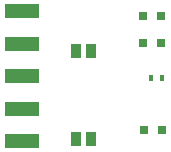
<source format=gbr>
G04 #@! TF.FileFunction,Paste,Bot*
%FSLAX46Y46*%
G04 Gerber Fmt 4.6, Leading zero omitted, Abs format (unit mm)*
G04 Created by KiCad (PCBNEW 4.0.7-e2-6376~58~ubuntu16.04.1) date Wed Aug  1 22:41:23 2018*
%MOMM*%
%LPD*%
G01*
G04 APERTURE LIST*
%ADD10C,0.100000*%
%ADD11R,0.800000X0.750000*%
%ADD12R,0.970000X1.270000*%
%ADD13R,0.400000X0.600000*%
%ADD14R,3.000000X1.250000*%
G04 APERTURE END LIST*
D10*
D11*
X164925000Y-93050000D03*
X163425000Y-93050000D03*
X165050000Y-102775000D03*
X163550000Y-102775000D03*
X164925000Y-95375000D03*
X163425000Y-95375000D03*
D12*
X157785000Y-96025000D03*
X159065000Y-96025000D03*
X159065000Y-103475000D03*
X157785000Y-103475000D03*
D13*
X165050000Y-98350000D03*
X164150000Y-98350000D03*
D14*
X153175000Y-103675000D03*
X153175000Y-100925000D03*
X153175000Y-98175000D03*
X153175000Y-95425000D03*
X153175000Y-92675000D03*
M02*

</source>
